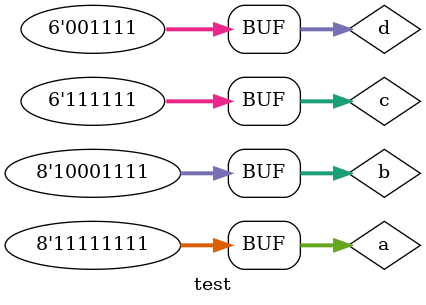
<source format=v>
/*
 * Copyright 2018 ISP RAS (http://www.ispras.ru)
 *
 * Licensed under the Apache License, Version 2.0 (the "License");
 * you may not use this file except in compliance with the License.
 * You may obtain a copy of the License at
 *
 *     http://www.apache.org/licenses/LICENSE-2.0
 *
 * Unless required by applicable law or agreed to in writing, software
 * distributed under the License is distributed on an "AS IS" BASIS,
 * WITHOUT WARRANTIES OR CONDITIONS OF ANY KIND, either express or implied.
 * See the License for the specific language governing permissions and
 * limitations under the License.
 */

// IEEE Std 1364-2005
//   5. Expressions
//     5.6 Assignments and truncation
//       If the width of the right-hand expression is larger than the width of the left-hand side in
//       an assignment, the MSBs of the right-hand expression will always be discarded to match the
//       size of the left-hand side. Implementations are not required to warn or report any errors
//       related to assignment size mismatch or truncation. Truncating the sign bit of a signed
//       expression may change the sign of the result.

module test;

  reg [7:0] a;
  reg signed [7:0] b;
  reg signed [5:0] c, d;

  initial begin
    a = 8'hff;
    c = a; // After the assignment, c = 6'h3f
    b = -113;
    d = b; // After the assignment, d = 6'h0f
  end
endmodule

</source>
